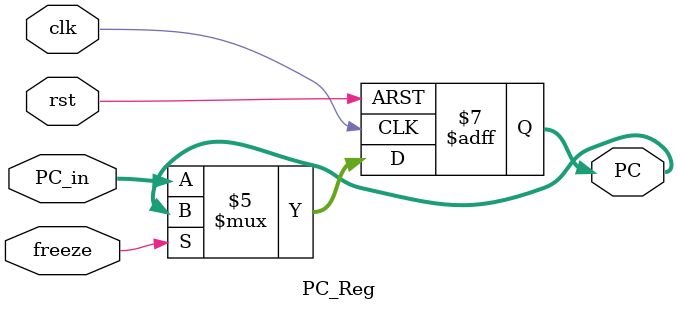
<source format=v>
module PC_Reg(
	input clk,
	input rst,
	input freeze,
	input[31:0] PC_in,
	output reg [31:0] PC
);
	always @(posedge clk, posedge rst) begin
		if (rst == 1) PC <= 32'b0;
		else begin
		  if (freeze == 0) PC <= PC_in;
		  else PC <= PC;
		 end
	end
endmodule
</source>
